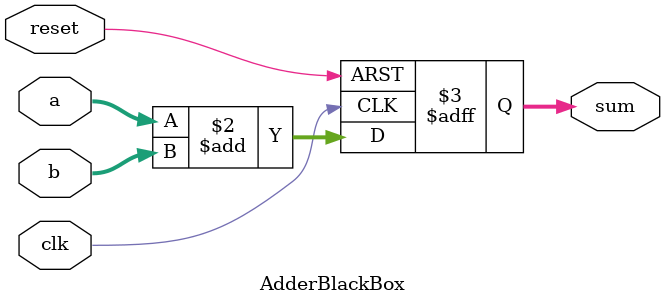
<source format=v>
module AdderBlackBox (
   input  wire [31:0] a, 
   input  wire [31:0] b,
   input  wire clk,
   input  wire reset,
   output reg [31:0] sum   
);
  
always @(posedge clk or posedge reset) begin
   if (reset)
      sum <= 32'b0;
   else
      sum <= a + b; 
end

endmodule
</source>
